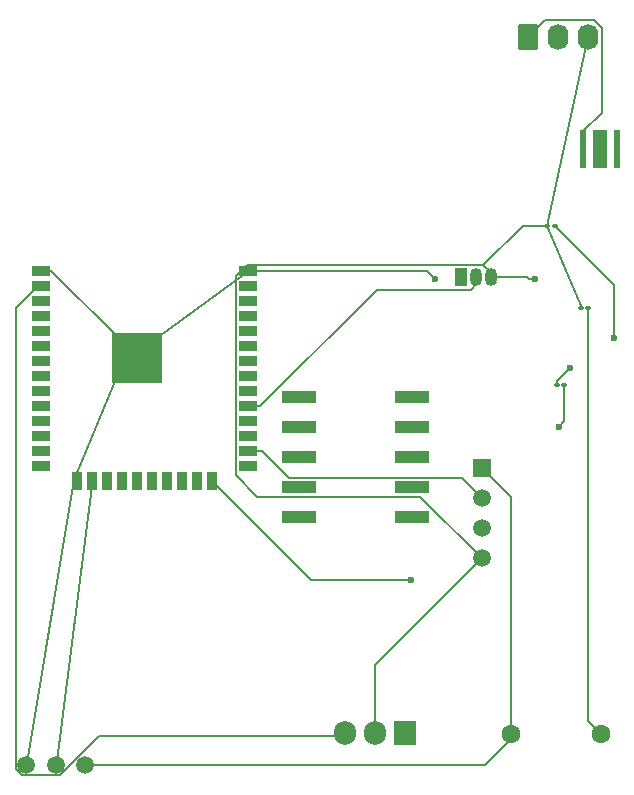
<source format=gbr>
%TF.GenerationSoftware,KiCad,Pcbnew,9.0.0*%
%TF.CreationDate,2025-04-02T21:20:57+05:30*%
%TF.ProjectId,Smart_Energy_Saving_System,536d6172-745f-4456-9e65-7267795f5361,rev?*%
%TF.SameCoordinates,Original*%
%TF.FileFunction,Copper,L1,Top*%
%TF.FilePolarity,Positive*%
%FSLAX46Y46*%
G04 Gerber Fmt 4.6, Leading zero omitted, Abs format (unit mm)*
G04 Created by KiCad (PCBNEW 9.0.0) date 2025-04-02 21:20:57*
%MOMM*%
%LPD*%
G01*
G04 APERTURE LIST*
G04 Aperture macros list*
%AMRoundRect*
0 Rectangle with rounded corners*
0 $1 Rounding radius*
0 $2 $3 $4 $5 $6 $7 $8 $9 X,Y pos of 4 corners*
0 Add a 4 corners polygon primitive as box body*
4,1,4,$2,$3,$4,$5,$6,$7,$8,$9,$2,$3,0*
0 Add four circle primitives for the rounded corners*
1,1,$1+$1,$2,$3*
1,1,$1+$1,$4,$5*
1,1,$1+$1,$6,$7*
1,1,$1+$1,$8,$9*
0 Add four rect primitives between the rounded corners*
20,1,$1+$1,$2,$3,$4,$5,0*
20,1,$1+$1,$4,$5,$6,$7,0*
20,1,$1+$1,$6,$7,$8,$9,0*
20,1,$1+$1,$8,$9,$2,$3,0*%
G04 Aperture macros list end*
%TA.AperFunction,Conductor*%
%ADD10C,0.200000*%
%TD*%
%TA.AperFunction,SMDPad,CuDef*%
%ADD11R,1.050000X1.050000*%
%TD*%
%TA.AperFunction,HeatsinkPad*%
%ADD12C,0.600000*%
%TD*%
%TA.AperFunction,HeatsinkPad*%
%ADD13R,4.200000X4.200000*%
%TD*%
%TA.AperFunction,SMDPad,CuDef*%
%ADD14R,1.500000X0.900000*%
%TD*%
%TA.AperFunction,SMDPad,CuDef*%
%ADD15R,0.900000X1.500000*%
%TD*%
%TA.AperFunction,ComponentPad*%
%ADD16R,1.500000X1.500000*%
%TD*%
%TA.AperFunction,ComponentPad*%
%ADD17C,1.500000*%
%TD*%
%TA.AperFunction,SMDPad,CuDef*%
%ADD18R,3.000000X1.000000*%
%TD*%
%TA.AperFunction,SMDPad,CuDef*%
%ADD19RoundRect,0.100000X-0.130000X-0.100000X0.130000X-0.100000X0.130000X0.100000X-0.130000X0.100000X0*%
%TD*%
%TA.AperFunction,ComponentPad*%
%ADD20C,1.600000*%
%TD*%
%TA.AperFunction,ComponentPad*%
%ADD21R,1.905000X2.000000*%
%TD*%
%TA.AperFunction,ComponentPad*%
%ADD22O,1.905000X2.000000*%
%TD*%
%TA.AperFunction,ComponentPad*%
%ADD23RoundRect,0.250000X-0.620000X-0.845000X0.620000X-0.845000X0.620000X0.845000X-0.620000X0.845000X0*%
%TD*%
%TA.AperFunction,ComponentPad*%
%ADD24O,1.740000X2.190000*%
%TD*%
%TA.AperFunction,SMDPad,CuDef*%
%ADD25R,0.500000X3.300000*%
%TD*%
%TA.AperFunction,SMDPad,CuDef*%
%ADD26R,1.300000X3.300000*%
%TD*%
%TA.AperFunction,ComponentPad*%
%ADD27R,1.050000X1.500000*%
%TD*%
%TA.AperFunction,ComponentPad*%
%ADD28O,1.050000X1.500000*%
%TD*%
%TA.AperFunction,ViaPad*%
%ADD29C,0.600000*%
%TD*%
G04 APERTURE END LIST*
D10*
%TO.N,GND*%
X172000000Y-66500000D02*
X175000000Y-73500000D01*
%TO.N,/pir*%
X133500000Y-88500000D02*
X130430000Y-112500000D01*
%TO.N,GND*%
X139000000Y-76000000D02*
X146500000Y-70500000D01*
X128000000Y-112000000D02*
X132000000Y-88000000D01*
X172000000Y-66500000D02*
X175500000Y-50500000D01*
X132000000Y-88000000D02*
X135500000Y-79500000D01*
%TD*%
D11*
%TO.P,U1,39,GND*%
%TO.N,GND*%
X138795000Y-79215000D03*
D12*
X138795000Y-78452500D03*
D11*
X138795000Y-77690000D03*
D12*
X138795000Y-76927500D03*
D11*
X138795000Y-76165000D03*
D12*
X138032500Y-79215000D03*
X138032500Y-77690000D03*
X138032500Y-76165000D03*
D11*
X137270000Y-79215000D03*
D12*
X137270000Y-78452500D03*
D13*
X137270000Y-77690000D03*
D11*
X137270000Y-77690000D03*
D12*
X137270000Y-76927500D03*
D11*
X137270000Y-76165000D03*
D12*
X136507500Y-79215000D03*
X136507500Y-77690000D03*
X136507500Y-76165000D03*
D11*
X135745000Y-79215000D03*
D12*
X135745000Y-78452500D03*
D11*
X135745000Y-77690000D03*
D12*
X135745000Y-76927500D03*
D11*
X135745000Y-76165000D03*
D14*
%TO.P,U1,38,GND*%
X146700000Y-70350000D03*
%TO.P,U1,37,IO23*%
%TO.N,unconnected-(U1-IO23-Pad37)*%
X146700000Y-71620000D03*
%TO.P,U1,36,IO22*%
%TO.N,unconnected-(U1-IO22-Pad36)*%
X146700000Y-72890000D03*
%TO.P,U1,35,TXD0/IO1*%
%TO.N,unconnected-(U1-TXD0{slash}IO1-Pad35)*%
X146700000Y-74160000D03*
%TO.P,U1,34,RXD0/IO3*%
%TO.N,unconnected-(U1-RXD0{slash}IO3-Pad34)*%
X146700000Y-75430000D03*
%TO.P,U1,33,IO21*%
%TO.N,unconnected-(U1-IO21-Pad33)*%
X146700000Y-76700000D03*
%TO.P,U1,32,NC*%
%TO.N,unconnected-(U1-NC-Pad32)*%
X146700000Y-77970000D03*
%TO.P,U1,31,IO19*%
%TO.N,unconnected-(U1-IO19-Pad31)*%
X146700000Y-79240000D03*
%TO.P,U1,30,IO18*%
%TO.N,unconnected-(U1-IO18-Pad30)*%
X146700000Y-80510000D03*
%TO.P,U1,29,IO5*%
%TO.N,/bjt_b*%
X146700000Y-81780000D03*
%TO.P,U1,28,IO17*%
%TO.N,unconnected-(U1-IO17-Pad28)*%
X146700000Y-83050000D03*
%TO.P,U1,27,IO16*%
%TO.N,unconnected-(U1-IO16-Pad27)*%
X146700000Y-84320000D03*
%TO.P,U1,26,IO4*%
%TO.N,/temp*%
X146700000Y-85590000D03*
%TO.P,U1,25,IO0*%
%TO.N,unconnected-(U1-IO0-Pad25)*%
X146700000Y-86860000D03*
D15*
%TO.P,U1,24,IO2*%
%TO.N,/led*%
X143670000Y-88110000D03*
%TO.P,U1,23,IO15*%
%TO.N,unconnected-(U1-IO15-Pad23)*%
X142400000Y-88110000D03*
%TO.P,U1,22,SDI/SD1*%
%TO.N,unconnected-(U1-SDI{slash}SD1-Pad22)*%
X141130000Y-88110000D03*
%TO.P,U1,21,SDO/SD0*%
%TO.N,unconnected-(U1-SDO{slash}SD0-Pad21)*%
X139860000Y-88110000D03*
%TO.P,U1,20,SCK/CLK*%
%TO.N,unconnected-(U1-SCK{slash}CLK-Pad20)*%
X138590000Y-88110000D03*
%TO.P,U1,19,SCS/CMD*%
%TO.N,unconnected-(U1-SCS{slash}CMD-Pad19)*%
X137320000Y-88110000D03*
%TO.P,U1,18,SWP/SD3*%
%TO.N,unconnected-(U1-SWP{slash}SD3-Pad18)*%
X136050000Y-88110000D03*
%TO.P,U1,17,SHD/SD2*%
%TO.N,unconnected-(U1-SHD{slash}SD2-Pad17)*%
X134780000Y-88110000D03*
%TO.P,U1,16,IO13*%
%TO.N,/pir*%
X133510000Y-88110000D03*
%TO.P,U1,15,GND*%
%TO.N,GND*%
X132240000Y-88110000D03*
D14*
%TO.P,U1,14,IO12*%
%TO.N,unconnected-(U1-IO12-Pad14)*%
X129200000Y-86860000D03*
%TO.P,U1,13,IO14*%
%TO.N,unconnected-(U1-IO14-Pad13)*%
X129200000Y-85590000D03*
%TO.P,U1,12,IO27*%
%TO.N,unconnected-(U1-IO27-Pad12)*%
X129200000Y-84320000D03*
%TO.P,U1,11,IO26*%
%TO.N,unconnected-(U1-IO26-Pad11)*%
X129200000Y-83050000D03*
%TO.P,U1,10,IO25*%
%TO.N,unconnected-(U1-IO25-Pad10)*%
X129200000Y-81780000D03*
%TO.P,U1,9,IO33*%
%TO.N,unconnected-(U1-IO33-Pad9)*%
X129200000Y-80510000D03*
%TO.P,U1,8,IO32*%
%TO.N,unconnected-(U1-IO32-Pad8)*%
X129200000Y-79240000D03*
%TO.P,U1,7,IO35*%
%TO.N,unconnected-(U1-IO35-Pad7)*%
X129200000Y-77970000D03*
%TO.P,U1,6,IO34*%
%TO.N,unconnected-(U1-IO34-Pad6)*%
X129200000Y-76700000D03*
%TO.P,U1,5,SENSOR_VN*%
%TO.N,unconnected-(U1-SENSOR_VN-Pad5)*%
X129200000Y-75430000D03*
%TO.P,U1,4,SENSOR_VP*%
%TO.N,unconnected-(U1-SENSOR_VP-Pad4)*%
X129200000Y-74160000D03*
%TO.P,U1,3,EN*%
%TO.N,unconnected-(U1-EN-Pad3)*%
X129200000Y-72890000D03*
%TO.P,U1,2,VDD*%
%TO.N,/con_in*%
X129200000Y-71620000D03*
%TO.P,U1,1,GND*%
%TO.N,GND*%
X129200000Y-70350000D03*
%TD*%
D16*
%TO.P,U2,1,VDD*%
%TO.N,+3.3V*%
X166500000Y-87000000D03*
D17*
%TO.P,U2,2,DATA*%
%TO.N,/temp*%
X166500000Y-89540000D03*
%TO.P,U2,3,NC*%
%TO.N,unconnected-(U2-NC-Pad3)*%
X166500000Y-92080000D03*
%TO.P,U2,4,GND*%
%TO.N,GND*%
X166500000Y-94620000D03*
%TD*%
D18*
%TO.P,K1,1*%
%TO.N,N/C*%
X151000000Y-81000000D03*
%TO.P,K1,2*%
X151000000Y-83540000D03*
%TO.P,K1,3*%
X151000000Y-86080000D03*
%TO.P,K1,4*%
X151000000Y-88620000D03*
%TO.P,K1,5*%
X151000000Y-91160000D03*
%TO.P,K1,6*%
X160560000Y-91160000D03*
%TO.P,K1,7*%
X160560000Y-88620000D03*
%TO.P,K1,8*%
X160560000Y-86080000D03*
%TO.P,K1,9*%
X160560000Y-83540000D03*
%TO.P,K1,10*%
X160560000Y-81000000D03*
%TD*%
D19*
%TO.P,R3,1*%
%TO.N,Net-(D2-A)*%
X172835000Y-80000000D03*
%TO.P,R3,2*%
%TO.N,/led*%
X173475000Y-80000000D03*
%TD*%
%TO.P,R2,1*%
%TO.N,GND*%
X174860000Y-73500000D03*
%TO.P,R2,2*%
%TO.N,Net-(R1-Pad2)*%
X175500000Y-73500000D03*
%TD*%
D20*
%TO.P,R1,1*%
%TO.N,+3.3V*%
X169000000Y-109500000D03*
%TO.P,R1,2*%
%TO.N,Net-(R1-Pad2)*%
X176600000Y-109500000D03*
%TD*%
D21*
%TO.P,U3,1,VI*%
%TO.N,+12V*%
X160000000Y-109445000D03*
D22*
%TO.P,U3,2,GND*%
%TO.N,GND*%
X157460000Y-109445000D03*
%TO.P,U3,3,VO*%
%TO.N,/con_in*%
X154920000Y-109445000D03*
%TD*%
D19*
%TO.P,D2,1,K*%
%TO.N,GND*%
X172025000Y-66500000D03*
%TO.P,D2,2,A*%
%TO.N,Net-(D2-A)*%
X172665000Y-66500000D03*
%TD*%
D23*
%TO.P,J1,1,In1*%
%TO.N,/neutral*%
X170420000Y-50500000D03*
D24*
%TO.P,J1,2,In2*%
%TO.N,/live*%
X172960000Y-50500000D03*
%TO.P,J1,3,Ext*%
%TO.N,GND*%
X175500000Y-50500000D03*
%TD*%
D25*
%TO.P,LA1,1,-*%
%TO.N,/neutral*%
X175100000Y-60000000D03*
%TO.P,LA1,2,+*%
%TO.N,/lamp*%
X177900000Y-60000000D03*
D26*
%TO.P,LA1,3*%
%TO.N,N/C*%
X176500000Y-60000000D03*
%TD*%
D27*
%TO.P,Q1,1,C*%
%TO.N,/bjt_c*%
X164730000Y-70860000D03*
D28*
%TO.P,Q1,2,B*%
%TO.N,/bjt_b*%
X166000000Y-70860000D03*
%TO.P,Q1,3,E*%
%TO.N,GND*%
X167270000Y-70860000D03*
%TD*%
D17*
%TO.P,HC-SR501,1,GND*%
%TO.N,GND*%
X127930000Y-112140000D03*
%TO.P,HC-SR501,2,DATA*%
%TO.N,/pir*%
X130430000Y-112140000D03*
%TO.P,HC-SR501,3,VCC*%
%TO.N,+3.3V*%
X132930000Y-112140000D03*
%TD*%
D29*
%TO.N,Net-(D2-A)*%
X177701000Y-76000000D03*
X174000000Y-78500000D03*
%TO.N,GND*%
X171000000Y-71000000D03*
X162500000Y-71000000D03*
%TO.N,/led*%
X173000000Y-83500000D03*
X160500000Y-96500000D03*
%TD*%
D10*
%TO.N,Net-(D2-A)*%
X172835000Y-80000000D02*
X172835000Y-79665000D01*
X172835000Y-79665000D02*
X174000000Y-78500000D01*
X172665000Y-66500000D02*
X177701000Y-71536000D01*
X177701000Y-71536000D02*
X177701000Y-76000000D01*
%TO.N,GND*%
X170500000Y-71000000D02*
X170360000Y-70860000D01*
X146700000Y-70350000D02*
X161850000Y-70350000D01*
X130056427Y-70295833D02*
X135831685Y-76071091D01*
X146619957Y-69809000D02*
X166630824Y-69809000D01*
X161301000Y-89421000D02*
X147459000Y-89421000D01*
X167659203Y-71263788D02*
X167263195Y-71257000D01*
X129254167Y-70295833D02*
X130056427Y-70295833D01*
X147459000Y-89421000D02*
X145649000Y-87611000D01*
X171000000Y-71000000D02*
X170500000Y-71000000D01*
X129200000Y-70350000D02*
X129254167Y-70295833D01*
X161850000Y-70350000D02*
X162500000Y-71000000D01*
X166630824Y-69809000D02*
X167276941Y-70455117D01*
X157460000Y-109445000D02*
X157460000Y-103660000D01*
X169939824Y-66500000D02*
X166630824Y-69809000D01*
X170360000Y-70860000D02*
X167270000Y-70860000D01*
X166500000Y-94620000D02*
X161301000Y-89421000D01*
X145649000Y-70779957D02*
X146619957Y-69809000D01*
X172025000Y-66500000D02*
X169939824Y-66500000D01*
X145649000Y-87611000D02*
X145649000Y-70779957D01*
X157460000Y-103660000D02*
X166500000Y-94620000D01*
%TO.N,+3.3V*%
X166802831Y-112140000D02*
X169044284Y-109898547D01*
X132930000Y-112140000D02*
X166802831Y-112140000D01*
X169000000Y-109500000D02*
X169000000Y-89500000D01*
X169000000Y-89500000D02*
X166500000Y-87000000D01*
%TO.N,/neutral*%
X176671000Y-56927000D02*
X175100000Y-58498000D01*
X170420000Y-50500000D02*
X171816000Y-49104000D01*
X176671000Y-49789956D02*
X176671000Y-56927000D01*
X175100000Y-58498000D02*
X175100000Y-60000000D01*
X171816000Y-49104000D02*
X175985044Y-49104000D01*
X175985044Y-49104000D02*
X176671000Y-49789956D01*
%TO.N,/bjt_b*%
X165556000Y-71911000D02*
X166000000Y-71467000D01*
X166000000Y-71467000D02*
X166000000Y-71235345D01*
X157589000Y-71911000D02*
X165556000Y-71911000D01*
X147720000Y-81780000D02*
X157589000Y-71911000D01*
X146700000Y-81780000D02*
X147720000Y-81780000D01*
%TO.N,Net-(R1-Pad2)*%
X175500000Y-108400000D02*
X176600000Y-109500000D01*
X175500000Y-73500000D02*
X175500000Y-108400000D01*
%TO.N,/led*%
X173000000Y-83500000D02*
X173475000Y-83025000D01*
X173475000Y-83025000D02*
X173475000Y-80000000D01*
X152060000Y-96500000D02*
X160500000Y-96500000D01*
X143670000Y-88110000D02*
X152060000Y-96500000D01*
%TO.N,/temp*%
X146700000Y-85590000D02*
X147908000Y-85590000D01*
X164779000Y-87819000D02*
X166363599Y-89403599D01*
X147908000Y-85590000D02*
X150137000Y-87819000D01*
X150137000Y-87819000D02*
X164779000Y-87819000D01*
X166363599Y-89403599D02*
X166380233Y-89553307D01*
%TO.N,/con_in*%
X128900000Y-71620000D02*
X127079000Y-73441000D01*
X129200000Y-71620000D02*
X128900000Y-71620000D01*
X127079000Y-73441000D02*
X127079000Y-112492496D01*
X127577504Y-112991000D02*
X130782496Y-112991000D01*
X134084387Y-109689109D02*
X154919998Y-109689109D01*
X127079000Y-112492496D02*
X127577504Y-112991000D01*
X130782496Y-112991000D02*
X134084387Y-109689109D01*
%TD*%
M02*

</source>
